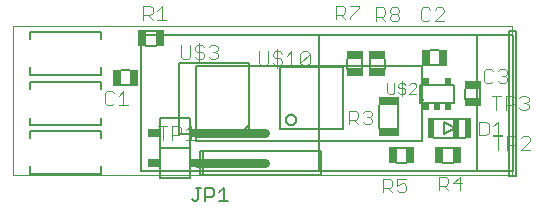
<source format=gto>
G75*
G70*
%OFA0B0*%
%FSLAX24Y24*%
%IPPOS*%
%LPD*%
%AMOC8*
5,1,8,0,0,1.08239X$1,22.5*
%
%ADD10C,0.0000*%
%ADD11C,0.0050*%
%ADD12C,0.0060*%
%ADD13R,0.0197X0.0236*%
%ADD14C,0.0079*%
%ADD15C,0.0040*%
%ADD16C,0.0080*%
%ADD17R,0.0256X0.0551*%
%ADD18C,0.0300*%
%ADD19R,0.0200X0.0300*%
%ADD20R,0.0400X0.0300*%
%ADD21R,0.0220X0.0680*%
%ADD22R,0.0240X0.0620*%
%ADD23R,0.0690X0.0290*%
%ADD24R,0.0551X0.0256*%
D10*
X000675Y001220D02*
X000675Y006190D01*
X017307Y006190D01*
X017307Y001220D01*
X000675Y001220D01*
D11*
X001234Y001261D02*
X001234Y001497D01*
X001234Y001261D02*
X003596Y001261D01*
X003596Y001497D01*
X004930Y001338D02*
X004930Y005865D01*
X010875Y005865D01*
X010875Y001338D01*
X016151Y001338D01*
X017332Y001338D01*
X017332Y005865D01*
X016151Y005865D01*
X010875Y005865D01*
X014320Y004861D02*
X014320Y002342D01*
X006761Y002342D01*
X006761Y004861D01*
X014320Y004861D01*
X016151Y005865D02*
X016151Y001338D01*
X017214Y001180D02*
X017450Y001180D01*
X017450Y006023D01*
X017214Y006023D01*
X017214Y001180D01*
X010939Y001226D02*
X010939Y002013D01*
X007002Y002013D01*
X006923Y002013D01*
X006923Y001226D01*
X007002Y001226D01*
X007002Y002013D01*
X007002Y001226D02*
X010939Y001226D01*
X010875Y001338D02*
X004930Y001338D01*
X006630Y000410D02*
X006705Y000335D01*
X006780Y000335D01*
X006855Y000410D01*
X006855Y000785D01*
X006780Y000785D02*
X006931Y000785D01*
X007091Y000785D02*
X007316Y000785D01*
X007391Y000710D01*
X007391Y000560D01*
X007316Y000485D01*
X007091Y000485D01*
X007091Y000335D02*
X007091Y000785D01*
X007551Y000635D02*
X007701Y000785D01*
X007701Y000335D01*
X007551Y000335D02*
X007851Y000335D01*
X003596Y002442D02*
X003596Y002678D01*
X001234Y002678D01*
X001234Y002442D01*
X001234Y002891D02*
X003596Y002891D01*
X003596Y003127D01*
X003596Y004072D02*
X003596Y004308D01*
X001234Y004308D01*
X001234Y004072D01*
X001254Y004561D02*
X003616Y004561D01*
X003616Y004797D01*
X003616Y005742D02*
X003616Y005978D01*
X001254Y005978D01*
X001254Y005742D01*
X001254Y004797D02*
X001254Y004561D01*
X001234Y003127D02*
X001234Y002891D01*
X009764Y003054D02*
X009766Y003080D01*
X009772Y003106D01*
X009781Y003130D01*
X009795Y003153D01*
X009811Y003174D01*
X009830Y003192D01*
X009852Y003206D01*
X009876Y003218D01*
X009901Y003226D01*
X009927Y003230D01*
X009953Y003230D01*
X009979Y003226D01*
X010004Y003218D01*
X010028Y003206D01*
X010050Y003192D01*
X010069Y003174D01*
X010085Y003153D01*
X010099Y003130D01*
X010108Y003106D01*
X010114Y003080D01*
X010116Y003054D01*
X010114Y003028D01*
X010108Y003002D01*
X010099Y002978D01*
X010085Y002955D01*
X010069Y002934D01*
X010050Y002916D01*
X010028Y002902D01*
X010004Y002890D01*
X009979Y002882D01*
X009953Y002878D01*
X009927Y002878D01*
X009901Y002882D01*
X009876Y002890D01*
X009852Y002902D01*
X009830Y002916D01*
X009811Y002934D01*
X009795Y002955D01*
X009781Y002978D01*
X009772Y003002D01*
X009766Y003028D01*
X009764Y003054D01*
D12*
X011825Y004758D02*
X011825Y005081D01*
X012325Y005081D02*
X012325Y004758D01*
X012575Y004758D02*
X012575Y005081D01*
X013075Y005081D02*
X013075Y004758D01*
X014249Y004219D02*
X015369Y004219D01*
X015369Y003604D01*
X014249Y003604D01*
X014249Y004219D01*
X013525Y003545D02*
X013525Y002790D01*
X012885Y002790D02*
X012885Y003545D01*
X014705Y003080D02*
X015745Y003080D01*
X015745Y002460D02*
X014705Y002460D01*
X015014Y002120D02*
X015337Y002120D01*
X015337Y001620D02*
X015014Y001620D01*
X013787Y001620D02*
X013464Y001620D01*
X013464Y002120D02*
X013787Y002120D01*
X015755Y003758D02*
X015755Y004081D01*
X016255Y004081D02*
X016255Y003758D01*
X014887Y004870D02*
X014564Y004870D01*
X014564Y005370D02*
X014887Y005370D01*
X006575Y003120D02*
X006575Y002120D01*
X006575Y001120D01*
X005575Y001120D01*
X005575Y002120D01*
X006575Y002120D01*
X005575Y002120D02*
X005575Y003120D01*
X006575Y003120D01*
X004587Y004200D02*
X004264Y004200D01*
X004264Y004700D02*
X004587Y004700D01*
X005114Y005520D02*
X005437Y005520D01*
X005437Y006020D02*
X005114Y006020D01*
D13*
X014436Y004345D03*
X015184Y004345D03*
X015184Y003479D03*
X014810Y003479D03*
X014436Y003479D03*
D14*
X014357Y003715D03*
D15*
X014126Y003922D02*
X013886Y003922D01*
X014126Y004162D01*
X014126Y004222D01*
X014066Y004282D01*
X013946Y004282D01*
X013886Y004222D01*
X013758Y004222D02*
X013698Y004282D01*
X013578Y004282D01*
X013518Y004222D01*
X013518Y004162D01*
X013578Y004102D01*
X013698Y004102D01*
X013758Y004042D01*
X013758Y003982D01*
X013698Y003922D01*
X013578Y003922D01*
X013518Y003982D01*
X013390Y003982D02*
X013390Y004282D01*
X013638Y004342D02*
X013638Y003862D01*
X013390Y003982D02*
X013330Y003922D01*
X013210Y003922D01*
X013150Y003982D01*
X013150Y004282D01*
X012565Y003360D02*
X012642Y003283D01*
X012642Y003206D01*
X012565Y003130D01*
X012642Y003053D01*
X012642Y002976D01*
X012565Y002900D01*
X012412Y002900D01*
X012335Y002976D01*
X012181Y002900D02*
X012028Y003053D01*
X012105Y003053D02*
X011875Y003053D01*
X012105Y003053D02*
X012181Y003130D01*
X012181Y003283D01*
X012105Y003360D01*
X011875Y003360D01*
X011875Y002900D01*
X012488Y003130D02*
X012565Y003130D01*
X012335Y003283D02*
X012412Y003360D01*
X012565Y003360D01*
X010561Y004947D02*
X010484Y004870D01*
X010331Y004870D01*
X010254Y004947D01*
X010561Y005254D01*
X010561Y004947D01*
X010254Y004947D02*
X010254Y005254D01*
X010331Y005331D01*
X010484Y005331D01*
X010561Y005254D01*
X010101Y004870D02*
X009794Y004870D01*
X009947Y004870D02*
X009947Y005331D01*
X009794Y005177D01*
X009640Y005254D02*
X009564Y005331D01*
X009410Y005331D01*
X009333Y005254D01*
X009333Y005177D01*
X009410Y005100D01*
X009564Y005100D01*
X009640Y005024D01*
X009640Y004947D01*
X009564Y004870D01*
X009410Y004870D01*
X009333Y004947D01*
X009180Y004947D02*
X009180Y005331D01*
X009487Y005407D02*
X009487Y004793D01*
X009180Y004947D02*
X009103Y004870D01*
X008950Y004870D01*
X008873Y004947D01*
X008873Y005331D01*
X007502Y005388D02*
X007425Y005311D01*
X007502Y005234D01*
X007502Y005157D01*
X007425Y005081D01*
X007272Y005081D01*
X007195Y005157D01*
X007041Y005157D02*
X007041Y005234D01*
X006965Y005311D01*
X006811Y005311D01*
X006734Y005388D01*
X006734Y005464D01*
X006811Y005541D01*
X006965Y005541D01*
X007041Y005464D01*
X007195Y005464D02*
X007272Y005541D01*
X007425Y005541D01*
X007502Y005464D01*
X007502Y005388D01*
X007425Y005311D02*
X007348Y005311D01*
X007041Y005157D02*
X006965Y005081D01*
X006811Y005081D01*
X006734Y005157D01*
X006581Y005157D02*
X006581Y005541D01*
X006274Y005541D02*
X006274Y005157D01*
X006351Y005081D01*
X006504Y005081D01*
X006581Y005157D01*
X006888Y005004D02*
X006888Y005618D01*
X005793Y006380D02*
X005486Y006380D01*
X005639Y006380D02*
X005639Y006840D01*
X005486Y006686D01*
X005332Y006610D02*
X005255Y006533D01*
X005025Y006533D01*
X005179Y006533D02*
X005332Y006380D01*
X005025Y006380D02*
X005025Y006840D01*
X005255Y006840D01*
X005332Y006763D01*
X005332Y006610D01*
X004348Y004010D02*
X004348Y003550D01*
X004195Y003550D02*
X004502Y003550D01*
X004041Y003626D02*
X003965Y003550D01*
X003811Y003550D01*
X003735Y003626D01*
X003735Y003933D01*
X003811Y004010D01*
X003965Y004010D01*
X004041Y003933D01*
X004195Y003856D02*
X004348Y004010D01*
X005519Y002855D02*
X005826Y002855D01*
X005673Y002855D02*
X005673Y002395D01*
X005980Y002395D02*
X005980Y002855D01*
X006210Y002855D01*
X006287Y002779D01*
X006287Y002625D01*
X006210Y002549D01*
X005980Y002549D01*
X006440Y002702D02*
X006594Y002855D01*
X006594Y002395D01*
X006747Y002395D02*
X006440Y002395D01*
X013015Y001090D02*
X013015Y000630D01*
X013015Y000783D02*
X013245Y000783D01*
X013321Y000860D01*
X013321Y001013D01*
X013245Y001090D01*
X013015Y001090D01*
X013475Y001090D02*
X013475Y000860D01*
X013628Y000936D01*
X013705Y000936D01*
X013782Y000860D01*
X013782Y000706D01*
X013705Y000630D01*
X013552Y000630D01*
X013475Y000706D01*
X013321Y000630D02*
X013168Y000783D01*
X013475Y001090D02*
X013782Y001090D01*
X014885Y001160D02*
X014885Y000700D01*
X015038Y000853D02*
X015191Y000700D01*
X015115Y000853D02*
X014885Y000853D01*
X015115Y000853D02*
X015191Y000930D01*
X015191Y001083D01*
X015115Y001160D01*
X014885Y001160D01*
X015345Y000930D02*
X015652Y000930D01*
X015575Y000700D02*
X015575Y001160D01*
X015345Y000930D01*
X016833Y002055D02*
X016833Y002515D01*
X016839Y002530D02*
X016839Y002990D01*
X016686Y002836D01*
X016532Y002913D02*
X016455Y002990D01*
X016225Y002990D01*
X016225Y002530D01*
X016455Y002530D01*
X016532Y002606D01*
X016532Y002913D01*
X016686Y002530D02*
X016993Y002530D01*
X016986Y002515D02*
X016679Y002515D01*
X017140Y002515D02*
X017370Y002515D01*
X017447Y002439D01*
X017447Y002285D01*
X017370Y002209D01*
X017140Y002209D01*
X017140Y002055D02*
X017140Y002515D01*
X017600Y002439D02*
X017677Y002515D01*
X017830Y002515D01*
X017907Y002439D01*
X017907Y002362D01*
X017600Y002055D01*
X017907Y002055D01*
X017790Y003385D02*
X017637Y003385D01*
X017560Y003462D01*
X017407Y003615D02*
X017330Y003539D01*
X017100Y003539D01*
X017100Y003385D02*
X017100Y003845D01*
X017330Y003845D01*
X017407Y003769D01*
X017407Y003615D01*
X017714Y003615D02*
X017790Y003615D01*
X017867Y003539D01*
X017867Y003462D01*
X017790Y003385D01*
X017790Y003615D02*
X017867Y003692D01*
X017867Y003769D01*
X017790Y003845D01*
X017637Y003845D01*
X017560Y003769D01*
X016946Y003845D02*
X016639Y003845D01*
X016793Y003845D02*
X016793Y003385D01*
X016912Y004280D02*
X016836Y004356D01*
X016912Y004280D02*
X017066Y004280D01*
X017143Y004356D01*
X017143Y004433D01*
X017066Y004510D01*
X016989Y004510D01*
X017066Y004510D02*
X017143Y004586D01*
X017143Y004663D01*
X017066Y004740D01*
X016912Y004740D01*
X016836Y004663D01*
X016682Y004663D02*
X016605Y004740D01*
X016452Y004740D01*
X016375Y004663D01*
X016375Y004356D01*
X016452Y004280D01*
X016605Y004280D01*
X016682Y004356D01*
X015042Y006340D02*
X014735Y006340D01*
X015042Y006646D01*
X015042Y006723D01*
X014965Y006800D01*
X014812Y006800D01*
X014735Y006723D01*
X014581Y006723D02*
X014505Y006800D01*
X014351Y006800D01*
X014275Y006723D01*
X014275Y006416D01*
X014351Y006340D01*
X014505Y006340D01*
X014581Y006416D01*
X013543Y006416D02*
X013466Y006340D01*
X013312Y006340D01*
X013236Y006416D01*
X013236Y006493D01*
X013312Y006570D01*
X013466Y006570D01*
X013543Y006493D01*
X013543Y006416D01*
X013466Y006570D02*
X013543Y006646D01*
X013543Y006723D01*
X013466Y006800D01*
X013312Y006800D01*
X013236Y006723D01*
X013236Y006646D01*
X013312Y006570D01*
X013082Y006570D02*
X013005Y006493D01*
X012775Y006493D01*
X012775Y006340D02*
X012775Y006800D01*
X013005Y006800D01*
X013082Y006723D01*
X013082Y006570D01*
X012929Y006493D02*
X013082Y006340D01*
X012213Y006783D02*
X011906Y006476D01*
X011906Y006400D01*
X011752Y006400D02*
X011599Y006553D01*
X011675Y006553D02*
X011445Y006553D01*
X011675Y006553D02*
X011752Y006630D01*
X011752Y006783D01*
X011675Y006860D01*
X011445Y006860D01*
X011445Y006400D01*
X012213Y006783D02*
X012213Y006860D01*
X011906Y006860D01*
D16*
X008556Y004950D02*
X008556Y002895D01*
X008556Y002589D01*
X008249Y002589D01*
X008249Y002588D01*
X008556Y002895D01*
X008249Y002589D02*
X006195Y002589D01*
X006195Y004950D01*
X008556Y004950D01*
X009575Y004818D02*
X011676Y004818D01*
X011676Y002740D01*
X009575Y002740D01*
X009575Y004818D01*
X015028Y002966D02*
X015028Y002573D01*
X015422Y002770D01*
X015028Y002966D01*
D17*
X014887Y001869D03*
X015467Y001869D03*
X013917Y001869D03*
X013337Y001869D03*
X014437Y005119D03*
X015017Y005119D03*
X005563Y005770D03*
X004983Y005770D03*
X004717Y004449D03*
X004137Y004449D03*
D18*
X006825Y002620D02*
X009075Y002620D01*
X009075Y001620D02*
X006825Y001620D01*
D19*
X006675Y001620D03*
X006675Y002620D03*
D20*
X005375Y002620D03*
X005375Y001620D03*
D21*
X014605Y002770D03*
X015845Y002770D03*
D22*
X015445Y002770D03*
D23*
X013205Y002650D03*
X013205Y003690D03*
D24*
X012826Y004632D03*
X012076Y004632D03*
X012076Y005212D03*
X012826Y005212D03*
X016006Y004212D03*
X016006Y003632D03*
M02*

</source>
